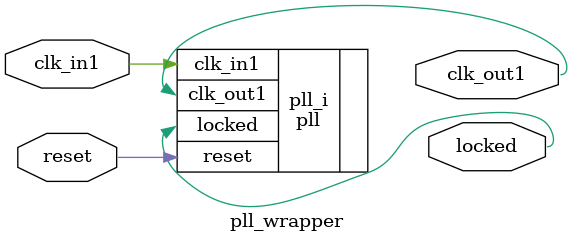
<source format=v>
`timescale 1 ps / 1 ps

module pll_wrapper
   (clk_in1,
    clk_out1,
    locked,
    reset);
  input clk_in1;
  output clk_out1;
  output locked;
  input reset;

  wire clk_in1;
  wire clk_out1;
  wire locked;
  wire reset;

  pll pll_i
       (.clk_in1(clk_in1),
        .clk_out1(clk_out1),
        .locked(locked),
        .reset(reset));
endmodule

</source>
